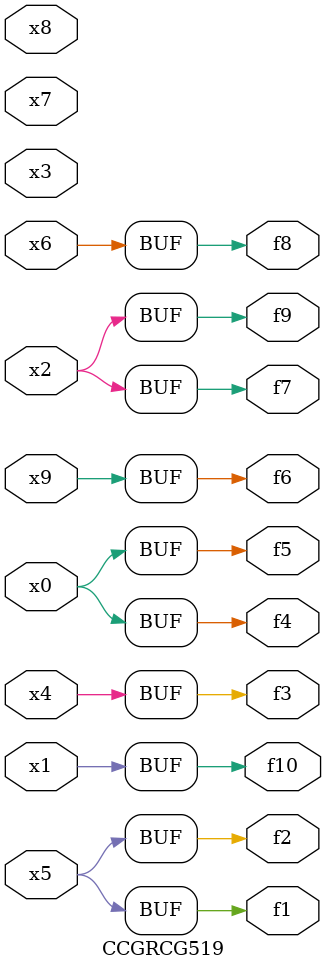
<source format=v>
module CCGRCG519(
	input x0, x1, x2, x3, x4, x5, x6, x7, x8, x9,
	output f1, f2, f3, f4, f5, f6, f7, f8, f9, f10
);
	assign f1 = x5;
	assign f2 = x5;
	assign f3 = x4;
	assign f4 = x0;
	assign f5 = x0;
	assign f6 = x9;
	assign f7 = x2;
	assign f8 = x6;
	assign f9 = x2;
	assign f10 = x1;
endmodule

</source>
